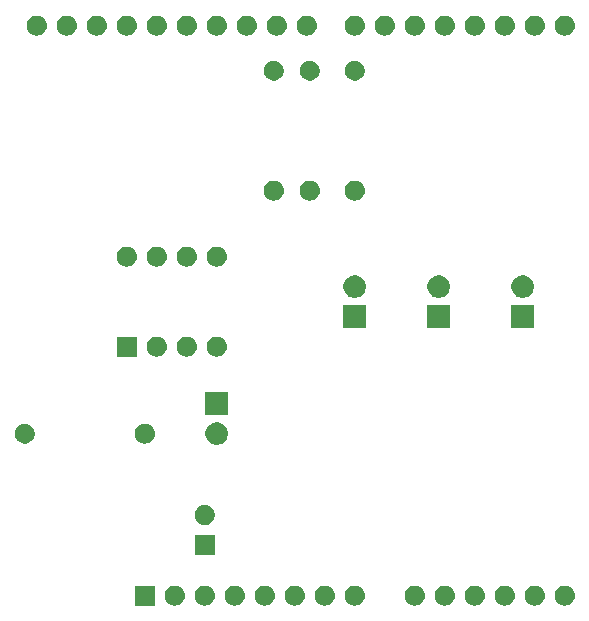
<source format=gbr>
G04 #@! TF.GenerationSoftware,KiCad,Pcbnew,5.1.4+dfsg1-1~bpo10+1*
G04 #@! TF.CreationDate,2021-01-22T14:12:43-08:00*
G04 #@! TF.ProjectId,ATtiny85UnoShield,41547469-6e79-4383-9555-6e6f53686965,rev?*
G04 #@! TF.SameCoordinates,Original*
G04 #@! TF.FileFunction,Soldermask,Top*
G04 #@! TF.FilePolarity,Negative*
%FSLAX46Y46*%
G04 Gerber Fmt 4.6, Leading zero omitted, Abs format (unit mm)*
G04 Created by KiCad (PCBNEW 5.1.4+dfsg1-1~bpo10+1) date 2021-01-22 14:12:43*
%MOMM*%
%LPD*%
G04 APERTURE LIST*
%ADD10C,0.100000*%
G04 APERTURE END LIST*
D10*
G36*
X164504823Y-99999313D02*
G01*
X164665242Y-100047976D01*
X164797906Y-100118886D01*
X164813078Y-100126996D01*
X164942659Y-100233341D01*
X165049004Y-100362922D01*
X165049005Y-100362924D01*
X165128024Y-100510758D01*
X165176687Y-100671177D01*
X165193117Y-100838000D01*
X165176687Y-101004823D01*
X165128024Y-101165242D01*
X165057114Y-101297906D01*
X165049004Y-101313078D01*
X164942659Y-101442659D01*
X164813078Y-101549004D01*
X164813076Y-101549005D01*
X164665242Y-101628024D01*
X164504823Y-101676687D01*
X164379804Y-101689000D01*
X164296196Y-101689000D01*
X164171177Y-101676687D01*
X164010758Y-101628024D01*
X163862924Y-101549005D01*
X163862922Y-101549004D01*
X163733341Y-101442659D01*
X163626996Y-101313078D01*
X163618886Y-101297906D01*
X163547976Y-101165242D01*
X163499313Y-101004823D01*
X163482883Y-100838000D01*
X163499313Y-100671177D01*
X163547976Y-100510758D01*
X163626995Y-100362924D01*
X163626996Y-100362922D01*
X163733341Y-100233341D01*
X163862922Y-100126996D01*
X163878094Y-100118886D01*
X164010758Y-100047976D01*
X164171177Y-99999313D01*
X164296196Y-99987000D01*
X164379804Y-99987000D01*
X164504823Y-99999313D01*
X164504823Y-99999313D01*
G37*
G36*
X161964823Y-99999313D02*
G01*
X162125242Y-100047976D01*
X162257906Y-100118886D01*
X162273078Y-100126996D01*
X162402659Y-100233341D01*
X162509004Y-100362922D01*
X162509005Y-100362924D01*
X162588024Y-100510758D01*
X162636687Y-100671177D01*
X162653117Y-100838000D01*
X162636687Y-101004823D01*
X162588024Y-101165242D01*
X162517114Y-101297906D01*
X162509004Y-101313078D01*
X162402659Y-101442659D01*
X162273078Y-101549004D01*
X162273076Y-101549005D01*
X162125242Y-101628024D01*
X161964823Y-101676687D01*
X161839804Y-101689000D01*
X161756196Y-101689000D01*
X161631177Y-101676687D01*
X161470758Y-101628024D01*
X161322924Y-101549005D01*
X161322922Y-101549004D01*
X161193341Y-101442659D01*
X161086996Y-101313078D01*
X161078886Y-101297906D01*
X161007976Y-101165242D01*
X160959313Y-101004823D01*
X160942883Y-100838000D01*
X160959313Y-100671177D01*
X161007976Y-100510758D01*
X161086995Y-100362924D01*
X161086996Y-100362922D01*
X161193341Y-100233341D01*
X161322922Y-100126996D01*
X161338094Y-100118886D01*
X161470758Y-100047976D01*
X161631177Y-99999313D01*
X161756196Y-99987000D01*
X161839804Y-99987000D01*
X161964823Y-99999313D01*
X161964823Y-99999313D01*
G37*
G36*
X129629000Y-101689000D02*
G01*
X127927000Y-101689000D01*
X127927000Y-99987000D01*
X129629000Y-99987000D01*
X129629000Y-101689000D01*
X129629000Y-101689000D01*
G37*
G36*
X131484823Y-99999313D02*
G01*
X131645242Y-100047976D01*
X131777906Y-100118886D01*
X131793078Y-100126996D01*
X131922659Y-100233341D01*
X132029004Y-100362922D01*
X132029005Y-100362924D01*
X132108024Y-100510758D01*
X132156687Y-100671177D01*
X132173117Y-100838000D01*
X132156687Y-101004823D01*
X132108024Y-101165242D01*
X132037114Y-101297906D01*
X132029004Y-101313078D01*
X131922659Y-101442659D01*
X131793078Y-101549004D01*
X131793076Y-101549005D01*
X131645242Y-101628024D01*
X131484823Y-101676687D01*
X131359804Y-101689000D01*
X131276196Y-101689000D01*
X131151177Y-101676687D01*
X130990758Y-101628024D01*
X130842924Y-101549005D01*
X130842922Y-101549004D01*
X130713341Y-101442659D01*
X130606996Y-101313078D01*
X130598886Y-101297906D01*
X130527976Y-101165242D01*
X130479313Y-101004823D01*
X130462883Y-100838000D01*
X130479313Y-100671177D01*
X130527976Y-100510758D01*
X130606995Y-100362924D01*
X130606996Y-100362922D01*
X130713341Y-100233341D01*
X130842922Y-100126996D01*
X130858094Y-100118886D01*
X130990758Y-100047976D01*
X131151177Y-99999313D01*
X131276196Y-99987000D01*
X131359804Y-99987000D01*
X131484823Y-99999313D01*
X131484823Y-99999313D01*
G37*
G36*
X134024823Y-99999313D02*
G01*
X134185242Y-100047976D01*
X134317906Y-100118886D01*
X134333078Y-100126996D01*
X134462659Y-100233341D01*
X134569004Y-100362922D01*
X134569005Y-100362924D01*
X134648024Y-100510758D01*
X134696687Y-100671177D01*
X134713117Y-100838000D01*
X134696687Y-101004823D01*
X134648024Y-101165242D01*
X134577114Y-101297906D01*
X134569004Y-101313078D01*
X134462659Y-101442659D01*
X134333078Y-101549004D01*
X134333076Y-101549005D01*
X134185242Y-101628024D01*
X134024823Y-101676687D01*
X133899804Y-101689000D01*
X133816196Y-101689000D01*
X133691177Y-101676687D01*
X133530758Y-101628024D01*
X133382924Y-101549005D01*
X133382922Y-101549004D01*
X133253341Y-101442659D01*
X133146996Y-101313078D01*
X133138886Y-101297906D01*
X133067976Y-101165242D01*
X133019313Y-101004823D01*
X133002883Y-100838000D01*
X133019313Y-100671177D01*
X133067976Y-100510758D01*
X133146995Y-100362924D01*
X133146996Y-100362922D01*
X133253341Y-100233341D01*
X133382922Y-100126996D01*
X133398094Y-100118886D01*
X133530758Y-100047976D01*
X133691177Y-99999313D01*
X133816196Y-99987000D01*
X133899804Y-99987000D01*
X134024823Y-99999313D01*
X134024823Y-99999313D01*
G37*
G36*
X136564823Y-99999313D02*
G01*
X136725242Y-100047976D01*
X136857906Y-100118886D01*
X136873078Y-100126996D01*
X137002659Y-100233341D01*
X137109004Y-100362922D01*
X137109005Y-100362924D01*
X137188024Y-100510758D01*
X137236687Y-100671177D01*
X137253117Y-100838000D01*
X137236687Y-101004823D01*
X137188024Y-101165242D01*
X137117114Y-101297906D01*
X137109004Y-101313078D01*
X137002659Y-101442659D01*
X136873078Y-101549004D01*
X136873076Y-101549005D01*
X136725242Y-101628024D01*
X136564823Y-101676687D01*
X136439804Y-101689000D01*
X136356196Y-101689000D01*
X136231177Y-101676687D01*
X136070758Y-101628024D01*
X135922924Y-101549005D01*
X135922922Y-101549004D01*
X135793341Y-101442659D01*
X135686996Y-101313078D01*
X135678886Y-101297906D01*
X135607976Y-101165242D01*
X135559313Y-101004823D01*
X135542883Y-100838000D01*
X135559313Y-100671177D01*
X135607976Y-100510758D01*
X135686995Y-100362924D01*
X135686996Y-100362922D01*
X135793341Y-100233341D01*
X135922922Y-100126996D01*
X135938094Y-100118886D01*
X136070758Y-100047976D01*
X136231177Y-99999313D01*
X136356196Y-99987000D01*
X136439804Y-99987000D01*
X136564823Y-99999313D01*
X136564823Y-99999313D01*
G37*
G36*
X139104823Y-99999313D02*
G01*
X139265242Y-100047976D01*
X139397906Y-100118886D01*
X139413078Y-100126996D01*
X139542659Y-100233341D01*
X139649004Y-100362922D01*
X139649005Y-100362924D01*
X139728024Y-100510758D01*
X139776687Y-100671177D01*
X139793117Y-100838000D01*
X139776687Y-101004823D01*
X139728024Y-101165242D01*
X139657114Y-101297906D01*
X139649004Y-101313078D01*
X139542659Y-101442659D01*
X139413078Y-101549004D01*
X139413076Y-101549005D01*
X139265242Y-101628024D01*
X139104823Y-101676687D01*
X138979804Y-101689000D01*
X138896196Y-101689000D01*
X138771177Y-101676687D01*
X138610758Y-101628024D01*
X138462924Y-101549005D01*
X138462922Y-101549004D01*
X138333341Y-101442659D01*
X138226996Y-101313078D01*
X138218886Y-101297906D01*
X138147976Y-101165242D01*
X138099313Y-101004823D01*
X138082883Y-100838000D01*
X138099313Y-100671177D01*
X138147976Y-100510758D01*
X138226995Y-100362924D01*
X138226996Y-100362922D01*
X138333341Y-100233341D01*
X138462922Y-100126996D01*
X138478094Y-100118886D01*
X138610758Y-100047976D01*
X138771177Y-99999313D01*
X138896196Y-99987000D01*
X138979804Y-99987000D01*
X139104823Y-99999313D01*
X139104823Y-99999313D01*
G37*
G36*
X141644823Y-99999313D02*
G01*
X141805242Y-100047976D01*
X141937906Y-100118886D01*
X141953078Y-100126996D01*
X142082659Y-100233341D01*
X142189004Y-100362922D01*
X142189005Y-100362924D01*
X142268024Y-100510758D01*
X142316687Y-100671177D01*
X142333117Y-100838000D01*
X142316687Y-101004823D01*
X142268024Y-101165242D01*
X142197114Y-101297906D01*
X142189004Y-101313078D01*
X142082659Y-101442659D01*
X141953078Y-101549004D01*
X141953076Y-101549005D01*
X141805242Y-101628024D01*
X141644823Y-101676687D01*
X141519804Y-101689000D01*
X141436196Y-101689000D01*
X141311177Y-101676687D01*
X141150758Y-101628024D01*
X141002924Y-101549005D01*
X141002922Y-101549004D01*
X140873341Y-101442659D01*
X140766996Y-101313078D01*
X140758886Y-101297906D01*
X140687976Y-101165242D01*
X140639313Y-101004823D01*
X140622883Y-100838000D01*
X140639313Y-100671177D01*
X140687976Y-100510758D01*
X140766995Y-100362924D01*
X140766996Y-100362922D01*
X140873341Y-100233341D01*
X141002922Y-100126996D01*
X141018094Y-100118886D01*
X141150758Y-100047976D01*
X141311177Y-99999313D01*
X141436196Y-99987000D01*
X141519804Y-99987000D01*
X141644823Y-99999313D01*
X141644823Y-99999313D01*
G37*
G36*
X146724823Y-99999313D02*
G01*
X146885242Y-100047976D01*
X147017906Y-100118886D01*
X147033078Y-100126996D01*
X147162659Y-100233341D01*
X147269004Y-100362922D01*
X147269005Y-100362924D01*
X147348024Y-100510758D01*
X147396687Y-100671177D01*
X147413117Y-100838000D01*
X147396687Y-101004823D01*
X147348024Y-101165242D01*
X147277114Y-101297906D01*
X147269004Y-101313078D01*
X147162659Y-101442659D01*
X147033078Y-101549004D01*
X147033076Y-101549005D01*
X146885242Y-101628024D01*
X146724823Y-101676687D01*
X146599804Y-101689000D01*
X146516196Y-101689000D01*
X146391177Y-101676687D01*
X146230758Y-101628024D01*
X146082924Y-101549005D01*
X146082922Y-101549004D01*
X145953341Y-101442659D01*
X145846996Y-101313078D01*
X145838886Y-101297906D01*
X145767976Y-101165242D01*
X145719313Y-101004823D01*
X145702883Y-100838000D01*
X145719313Y-100671177D01*
X145767976Y-100510758D01*
X145846995Y-100362924D01*
X145846996Y-100362922D01*
X145953341Y-100233341D01*
X146082922Y-100126996D01*
X146098094Y-100118886D01*
X146230758Y-100047976D01*
X146391177Y-99999313D01*
X146516196Y-99987000D01*
X146599804Y-99987000D01*
X146724823Y-99999313D01*
X146724823Y-99999313D01*
G37*
G36*
X151804823Y-99999313D02*
G01*
X151965242Y-100047976D01*
X152097906Y-100118886D01*
X152113078Y-100126996D01*
X152242659Y-100233341D01*
X152349004Y-100362922D01*
X152349005Y-100362924D01*
X152428024Y-100510758D01*
X152476687Y-100671177D01*
X152493117Y-100838000D01*
X152476687Y-101004823D01*
X152428024Y-101165242D01*
X152357114Y-101297906D01*
X152349004Y-101313078D01*
X152242659Y-101442659D01*
X152113078Y-101549004D01*
X152113076Y-101549005D01*
X151965242Y-101628024D01*
X151804823Y-101676687D01*
X151679804Y-101689000D01*
X151596196Y-101689000D01*
X151471177Y-101676687D01*
X151310758Y-101628024D01*
X151162924Y-101549005D01*
X151162922Y-101549004D01*
X151033341Y-101442659D01*
X150926996Y-101313078D01*
X150918886Y-101297906D01*
X150847976Y-101165242D01*
X150799313Y-101004823D01*
X150782883Y-100838000D01*
X150799313Y-100671177D01*
X150847976Y-100510758D01*
X150926995Y-100362924D01*
X150926996Y-100362922D01*
X151033341Y-100233341D01*
X151162922Y-100126996D01*
X151178094Y-100118886D01*
X151310758Y-100047976D01*
X151471177Y-99999313D01*
X151596196Y-99987000D01*
X151679804Y-99987000D01*
X151804823Y-99999313D01*
X151804823Y-99999313D01*
G37*
G36*
X154344823Y-99999313D02*
G01*
X154505242Y-100047976D01*
X154637906Y-100118886D01*
X154653078Y-100126996D01*
X154782659Y-100233341D01*
X154889004Y-100362922D01*
X154889005Y-100362924D01*
X154968024Y-100510758D01*
X155016687Y-100671177D01*
X155033117Y-100838000D01*
X155016687Y-101004823D01*
X154968024Y-101165242D01*
X154897114Y-101297906D01*
X154889004Y-101313078D01*
X154782659Y-101442659D01*
X154653078Y-101549004D01*
X154653076Y-101549005D01*
X154505242Y-101628024D01*
X154344823Y-101676687D01*
X154219804Y-101689000D01*
X154136196Y-101689000D01*
X154011177Y-101676687D01*
X153850758Y-101628024D01*
X153702924Y-101549005D01*
X153702922Y-101549004D01*
X153573341Y-101442659D01*
X153466996Y-101313078D01*
X153458886Y-101297906D01*
X153387976Y-101165242D01*
X153339313Y-101004823D01*
X153322883Y-100838000D01*
X153339313Y-100671177D01*
X153387976Y-100510758D01*
X153466995Y-100362924D01*
X153466996Y-100362922D01*
X153573341Y-100233341D01*
X153702922Y-100126996D01*
X153718094Y-100118886D01*
X153850758Y-100047976D01*
X154011177Y-99999313D01*
X154136196Y-99987000D01*
X154219804Y-99987000D01*
X154344823Y-99999313D01*
X154344823Y-99999313D01*
G37*
G36*
X156884823Y-99999313D02*
G01*
X157045242Y-100047976D01*
X157177906Y-100118886D01*
X157193078Y-100126996D01*
X157322659Y-100233341D01*
X157429004Y-100362922D01*
X157429005Y-100362924D01*
X157508024Y-100510758D01*
X157556687Y-100671177D01*
X157573117Y-100838000D01*
X157556687Y-101004823D01*
X157508024Y-101165242D01*
X157437114Y-101297906D01*
X157429004Y-101313078D01*
X157322659Y-101442659D01*
X157193078Y-101549004D01*
X157193076Y-101549005D01*
X157045242Y-101628024D01*
X156884823Y-101676687D01*
X156759804Y-101689000D01*
X156676196Y-101689000D01*
X156551177Y-101676687D01*
X156390758Y-101628024D01*
X156242924Y-101549005D01*
X156242922Y-101549004D01*
X156113341Y-101442659D01*
X156006996Y-101313078D01*
X155998886Y-101297906D01*
X155927976Y-101165242D01*
X155879313Y-101004823D01*
X155862883Y-100838000D01*
X155879313Y-100671177D01*
X155927976Y-100510758D01*
X156006995Y-100362924D01*
X156006996Y-100362922D01*
X156113341Y-100233341D01*
X156242922Y-100126996D01*
X156258094Y-100118886D01*
X156390758Y-100047976D01*
X156551177Y-99999313D01*
X156676196Y-99987000D01*
X156759804Y-99987000D01*
X156884823Y-99999313D01*
X156884823Y-99999313D01*
G37*
G36*
X159424823Y-99999313D02*
G01*
X159585242Y-100047976D01*
X159717906Y-100118886D01*
X159733078Y-100126996D01*
X159862659Y-100233341D01*
X159969004Y-100362922D01*
X159969005Y-100362924D01*
X160048024Y-100510758D01*
X160096687Y-100671177D01*
X160113117Y-100838000D01*
X160096687Y-101004823D01*
X160048024Y-101165242D01*
X159977114Y-101297906D01*
X159969004Y-101313078D01*
X159862659Y-101442659D01*
X159733078Y-101549004D01*
X159733076Y-101549005D01*
X159585242Y-101628024D01*
X159424823Y-101676687D01*
X159299804Y-101689000D01*
X159216196Y-101689000D01*
X159091177Y-101676687D01*
X158930758Y-101628024D01*
X158782924Y-101549005D01*
X158782922Y-101549004D01*
X158653341Y-101442659D01*
X158546996Y-101313078D01*
X158538886Y-101297906D01*
X158467976Y-101165242D01*
X158419313Y-101004823D01*
X158402883Y-100838000D01*
X158419313Y-100671177D01*
X158467976Y-100510758D01*
X158546995Y-100362924D01*
X158546996Y-100362922D01*
X158653341Y-100233341D01*
X158782922Y-100126996D01*
X158798094Y-100118886D01*
X158930758Y-100047976D01*
X159091177Y-99999313D01*
X159216196Y-99987000D01*
X159299804Y-99987000D01*
X159424823Y-99999313D01*
X159424823Y-99999313D01*
G37*
G36*
X144184823Y-99999313D02*
G01*
X144345242Y-100047976D01*
X144477906Y-100118886D01*
X144493078Y-100126996D01*
X144622659Y-100233341D01*
X144729004Y-100362922D01*
X144729005Y-100362924D01*
X144808024Y-100510758D01*
X144856687Y-100671177D01*
X144873117Y-100838000D01*
X144856687Y-101004823D01*
X144808024Y-101165242D01*
X144737114Y-101297906D01*
X144729004Y-101313078D01*
X144622659Y-101442659D01*
X144493078Y-101549004D01*
X144493076Y-101549005D01*
X144345242Y-101628024D01*
X144184823Y-101676687D01*
X144059804Y-101689000D01*
X143976196Y-101689000D01*
X143851177Y-101676687D01*
X143690758Y-101628024D01*
X143542924Y-101549005D01*
X143542922Y-101549004D01*
X143413341Y-101442659D01*
X143306996Y-101313078D01*
X143298886Y-101297906D01*
X143227976Y-101165242D01*
X143179313Y-101004823D01*
X143162883Y-100838000D01*
X143179313Y-100671177D01*
X143227976Y-100510758D01*
X143306995Y-100362924D01*
X143306996Y-100362922D01*
X143413341Y-100233341D01*
X143542922Y-100126996D01*
X143558094Y-100118886D01*
X143690758Y-100047976D01*
X143851177Y-99999313D01*
X143976196Y-99987000D01*
X144059804Y-99987000D01*
X144184823Y-99999313D01*
X144184823Y-99999313D01*
G37*
G36*
X134709000Y-97371000D02*
G01*
X133007000Y-97371000D01*
X133007000Y-95669000D01*
X134709000Y-95669000D01*
X134709000Y-97371000D01*
X134709000Y-97371000D01*
G37*
G36*
X134106228Y-93201703D02*
G01*
X134261100Y-93265853D01*
X134400481Y-93358985D01*
X134519015Y-93477519D01*
X134612147Y-93616900D01*
X134676297Y-93771772D01*
X134709000Y-93936184D01*
X134709000Y-94103816D01*
X134676297Y-94268228D01*
X134612147Y-94423100D01*
X134519015Y-94562481D01*
X134400481Y-94681015D01*
X134261100Y-94774147D01*
X134106228Y-94838297D01*
X133941816Y-94871000D01*
X133774184Y-94871000D01*
X133609772Y-94838297D01*
X133454900Y-94774147D01*
X133315519Y-94681015D01*
X133196985Y-94562481D01*
X133103853Y-94423100D01*
X133039703Y-94268228D01*
X133007000Y-94103816D01*
X133007000Y-93936184D01*
X133039703Y-93771772D01*
X133103853Y-93616900D01*
X133196985Y-93477519D01*
X133315519Y-93358985D01*
X133454900Y-93265853D01*
X133609772Y-93201703D01*
X133774184Y-93169000D01*
X133941816Y-93169000D01*
X134106228Y-93201703D01*
X134106228Y-93201703D01*
G37*
G36*
X135151395Y-86207546D02*
G01*
X135324466Y-86279234D01*
X135330572Y-86283314D01*
X135480227Y-86383310D01*
X135612690Y-86515773D01*
X135655284Y-86579520D01*
X135716766Y-86671534D01*
X135788454Y-86844605D01*
X135825000Y-87028333D01*
X135825000Y-87215667D01*
X135788454Y-87399395D01*
X135716766Y-87572466D01*
X135716765Y-87572467D01*
X135612690Y-87728227D01*
X135480227Y-87860690D01*
X135457092Y-87876148D01*
X135324466Y-87964766D01*
X135151395Y-88036454D01*
X134967667Y-88073000D01*
X134780333Y-88073000D01*
X134596605Y-88036454D01*
X134423534Y-87964766D01*
X134290908Y-87876148D01*
X134267773Y-87860690D01*
X134135310Y-87728227D01*
X134031235Y-87572467D01*
X134031234Y-87572466D01*
X133959546Y-87399395D01*
X133923000Y-87215667D01*
X133923000Y-87028333D01*
X133959546Y-86844605D01*
X134031234Y-86671534D01*
X134092716Y-86579520D01*
X134135310Y-86515773D01*
X134267773Y-86383310D01*
X134417428Y-86283314D01*
X134423534Y-86279234D01*
X134596605Y-86207546D01*
X134780333Y-86171000D01*
X134967667Y-86171000D01*
X135151395Y-86207546D01*
X135151395Y-86207546D01*
G37*
G36*
X118866228Y-86303703D02*
G01*
X119021100Y-86367853D01*
X119160481Y-86460985D01*
X119279015Y-86579519D01*
X119372147Y-86718900D01*
X119436297Y-86873772D01*
X119469000Y-87038184D01*
X119469000Y-87205816D01*
X119436297Y-87370228D01*
X119372147Y-87525100D01*
X119279015Y-87664481D01*
X119160481Y-87783015D01*
X119021100Y-87876147D01*
X118866228Y-87940297D01*
X118701816Y-87973000D01*
X118534184Y-87973000D01*
X118369772Y-87940297D01*
X118214900Y-87876147D01*
X118075519Y-87783015D01*
X117956985Y-87664481D01*
X117863853Y-87525100D01*
X117799703Y-87370228D01*
X117767000Y-87205816D01*
X117767000Y-87038184D01*
X117799703Y-86873772D01*
X117863853Y-86718900D01*
X117956985Y-86579519D01*
X118075519Y-86460985D01*
X118214900Y-86367853D01*
X118369772Y-86303703D01*
X118534184Y-86271000D01*
X118701816Y-86271000D01*
X118866228Y-86303703D01*
X118866228Y-86303703D01*
G37*
G36*
X128944823Y-86283313D02*
G01*
X129105242Y-86331976D01*
X129172361Y-86367852D01*
X129253078Y-86410996D01*
X129382659Y-86517341D01*
X129489004Y-86646922D01*
X129489005Y-86646924D01*
X129568024Y-86794758D01*
X129616687Y-86955177D01*
X129633117Y-87122000D01*
X129616687Y-87288823D01*
X129568024Y-87449242D01*
X129527477Y-87525100D01*
X129489004Y-87597078D01*
X129382659Y-87726659D01*
X129253078Y-87833004D01*
X129253076Y-87833005D01*
X129105242Y-87912024D01*
X128944823Y-87960687D01*
X128819804Y-87973000D01*
X128736196Y-87973000D01*
X128611177Y-87960687D01*
X128450758Y-87912024D01*
X128302924Y-87833005D01*
X128302922Y-87833004D01*
X128173341Y-87726659D01*
X128066996Y-87597078D01*
X128028523Y-87525100D01*
X127987976Y-87449242D01*
X127939313Y-87288823D01*
X127922883Y-87122000D01*
X127939313Y-86955177D01*
X127987976Y-86794758D01*
X128066995Y-86646924D01*
X128066996Y-86646922D01*
X128173341Y-86517341D01*
X128302922Y-86410996D01*
X128383639Y-86367852D01*
X128450758Y-86331976D01*
X128611177Y-86283313D01*
X128736196Y-86271000D01*
X128819804Y-86271000D01*
X128944823Y-86283313D01*
X128944823Y-86283313D01*
G37*
G36*
X135825000Y-85533000D02*
G01*
X133923000Y-85533000D01*
X133923000Y-83631000D01*
X135825000Y-83631000D01*
X135825000Y-85533000D01*
X135825000Y-85533000D01*
G37*
G36*
X132500823Y-78917313D02*
G01*
X132661242Y-78965976D01*
X132793906Y-79036886D01*
X132809078Y-79044996D01*
X132938659Y-79151341D01*
X133045004Y-79280922D01*
X133045005Y-79280924D01*
X133124024Y-79428758D01*
X133172687Y-79589177D01*
X133189117Y-79756000D01*
X133172687Y-79922823D01*
X133124024Y-80083242D01*
X133053114Y-80215906D01*
X133045004Y-80231078D01*
X132938659Y-80360659D01*
X132809078Y-80467004D01*
X132809076Y-80467005D01*
X132661242Y-80546024D01*
X132500823Y-80594687D01*
X132375804Y-80607000D01*
X132292196Y-80607000D01*
X132167177Y-80594687D01*
X132006758Y-80546024D01*
X131858924Y-80467005D01*
X131858922Y-80467004D01*
X131729341Y-80360659D01*
X131622996Y-80231078D01*
X131614886Y-80215906D01*
X131543976Y-80083242D01*
X131495313Y-79922823D01*
X131478883Y-79756000D01*
X131495313Y-79589177D01*
X131543976Y-79428758D01*
X131622995Y-79280924D01*
X131622996Y-79280922D01*
X131729341Y-79151341D01*
X131858922Y-79044996D01*
X131874094Y-79036886D01*
X132006758Y-78965976D01*
X132167177Y-78917313D01*
X132292196Y-78905000D01*
X132375804Y-78905000D01*
X132500823Y-78917313D01*
X132500823Y-78917313D01*
G37*
G36*
X135040823Y-78917313D02*
G01*
X135201242Y-78965976D01*
X135333906Y-79036886D01*
X135349078Y-79044996D01*
X135478659Y-79151341D01*
X135585004Y-79280922D01*
X135585005Y-79280924D01*
X135664024Y-79428758D01*
X135712687Y-79589177D01*
X135729117Y-79756000D01*
X135712687Y-79922823D01*
X135664024Y-80083242D01*
X135593114Y-80215906D01*
X135585004Y-80231078D01*
X135478659Y-80360659D01*
X135349078Y-80467004D01*
X135349076Y-80467005D01*
X135201242Y-80546024D01*
X135040823Y-80594687D01*
X134915804Y-80607000D01*
X134832196Y-80607000D01*
X134707177Y-80594687D01*
X134546758Y-80546024D01*
X134398924Y-80467005D01*
X134398922Y-80467004D01*
X134269341Y-80360659D01*
X134162996Y-80231078D01*
X134154886Y-80215906D01*
X134083976Y-80083242D01*
X134035313Y-79922823D01*
X134018883Y-79756000D01*
X134035313Y-79589177D01*
X134083976Y-79428758D01*
X134162995Y-79280924D01*
X134162996Y-79280922D01*
X134269341Y-79151341D01*
X134398922Y-79044996D01*
X134414094Y-79036886D01*
X134546758Y-78965976D01*
X134707177Y-78917313D01*
X134832196Y-78905000D01*
X134915804Y-78905000D01*
X135040823Y-78917313D01*
X135040823Y-78917313D01*
G37*
G36*
X129960823Y-78917313D02*
G01*
X130121242Y-78965976D01*
X130253906Y-79036886D01*
X130269078Y-79044996D01*
X130398659Y-79151341D01*
X130505004Y-79280922D01*
X130505005Y-79280924D01*
X130584024Y-79428758D01*
X130632687Y-79589177D01*
X130649117Y-79756000D01*
X130632687Y-79922823D01*
X130584024Y-80083242D01*
X130513114Y-80215906D01*
X130505004Y-80231078D01*
X130398659Y-80360659D01*
X130269078Y-80467004D01*
X130269076Y-80467005D01*
X130121242Y-80546024D01*
X129960823Y-80594687D01*
X129835804Y-80607000D01*
X129752196Y-80607000D01*
X129627177Y-80594687D01*
X129466758Y-80546024D01*
X129318924Y-80467005D01*
X129318922Y-80467004D01*
X129189341Y-80360659D01*
X129082996Y-80231078D01*
X129074886Y-80215906D01*
X129003976Y-80083242D01*
X128955313Y-79922823D01*
X128938883Y-79756000D01*
X128955313Y-79589177D01*
X129003976Y-79428758D01*
X129082995Y-79280924D01*
X129082996Y-79280922D01*
X129189341Y-79151341D01*
X129318922Y-79044996D01*
X129334094Y-79036886D01*
X129466758Y-78965976D01*
X129627177Y-78917313D01*
X129752196Y-78905000D01*
X129835804Y-78905000D01*
X129960823Y-78917313D01*
X129960823Y-78917313D01*
G37*
G36*
X128105000Y-80607000D02*
G01*
X126403000Y-80607000D01*
X126403000Y-78905000D01*
X128105000Y-78905000D01*
X128105000Y-80607000D01*
X128105000Y-80607000D01*
G37*
G36*
X147509000Y-78167000D02*
G01*
X145607000Y-78167000D01*
X145607000Y-76265000D01*
X147509000Y-76265000D01*
X147509000Y-78167000D01*
X147509000Y-78167000D01*
G37*
G36*
X154621000Y-78167000D02*
G01*
X152719000Y-78167000D01*
X152719000Y-76265000D01*
X154621000Y-76265000D01*
X154621000Y-78167000D01*
X154621000Y-78167000D01*
G37*
G36*
X161733000Y-78167000D02*
G01*
X159831000Y-78167000D01*
X159831000Y-76265000D01*
X161733000Y-76265000D01*
X161733000Y-78167000D01*
X161733000Y-78167000D01*
G37*
G36*
X146835395Y-73761546D02*
G01*
X147008466Y-73833234D01*
X147008467Y-73833235D01*
X147164227Y-73937310D01*
X147296690Y-74069773D01*
X147296691Y-74069775D01*
X147400766Y-74225534D01*
X147472454Y-74398605D01*
X147509000Y-74582333D01*
X147509000Y-74769667D01*
X147472454Y-74953395D01*
X147400766Y-75126466D01*
X147400765Y-75126467D01*
X147296690Y-75282227D01*
X147164227Y-75414690D01*
X147085818Y-75467081D01*
X147008466Y-75518766D01*
X146835395Y-75590454D01*
X146651667Y-75627000D01*
X146464333Y-75627000D01*
X146280605Y-75590454D01*
X146107534Y-75518766D01*
X146030182Y-75467081D01*
X145951773Y-75414690D01*
X145819310Y-75282227D01*
X145715235Y-75126467D01*
X145715234Y-75126466D01*
X145643546Y-74953395D01*
X145607000Y-74769667D01*
X145607000Y-74582333D01*
X145643546Y-74398605D01*
X145715234Y-74225534D01*
X145819309Y-74069775D01*
X145819310Y-74069773D01*
X145951773Y-73937310D01*
X146107533Y-73833235D01*
X146107534Y-73833234D01*
X146280605Y-73761546D01*
X146464333Y-73725000D01*
X146651667Y-73725000D01*
X146835395Y-73761546D01*
X146835395Y-73761546D01*
G37*
G36*
X161059395Y-73761546D02*
G01*
X161232466Y-73833234D01*
X161232467Y-73833235D01*
X161388227Y-73937310D01*
X161520690Y-74069773D01*
X161520691Y-74069775D01*
X161624766Y-74225534D01*
X161696454Y-74398605D01*
X161733000Y-74582333D01*
X161733000Y-74769667D01*
X161696454Y-74953395D01*
X161624766Y-75126466D01*
X161624765Y-75126467D01*
X161520690Y-75282227D01*
X161388227Y-75414690D01*
X161309818Y-75467081D01*
X161232466Y-75518766D01*
X161059395Y-75590454D01*
X160875667Y-75627000D01*
X160688333Y-75627000D01*
X160504605Y-75590454D01*
X160331534Y-75518766D01*
X160254182Y-75467081D01*
X160175773Y-75414690D01*
X160043310Y-75282227D01*
X159939235Y-75126467D01*
X159939234Y-75126466D01*
X159867546Y-74953395D01*
X159831000Y-74769667D01*
X159831000Y-74582333D01*
X159867546Y-74398605D01*
X159939234Y-74225534D01*
X160043309Y-74069775D01*
X160043310Y-74069773D01*
X160175773Y-73937310D01*
X160331533Y-73833235D01*
X160331534Y-73833234D01*
X160504605Y-73761546D01*
X160688333Y-73725000D01*
X160875667Y-73725000D01*
X161059395Y-73761546D01*
X161059395Y-73761546D01*
G37*
G36*
X153947395Y-73761546D02*
G01*
X154120466Y-73833234D01*
X154120467Y-73833235D01*
X154276227Y-73937310D01*
X154408690Y-74069773D01*
X154408691Y-74069775D01*
X154512766Y-74225534D01*
X154584454Y-74398605D01*
X154621000Y-74582333D01*
X154621000Y-74769667D01*
X154584454Y-74953395D01*
X154512766Y-75126466D01*
X154512765Y-75126467D01*
X154408690Y-75282227D01*
X154276227Y-75414690D01*
X154197818Y-75467081D01*
X154120466Y-75518766D01*
X153947395Y-75590454D01*
X153763667Y-75627000D01*
X153576333Y-75627000D01*
X153392605Y-75590454D01*
X153219534Y-75518766D01*
X153142182Y-75467081D01*
X153063773Y-75414690D01*
X152931310Y-75282227D01*
X152827235Y-75126467D01*
X152827234Y-75126466D01*
X152755546Y-74953395D01*
X152719000Y-74769667D01*
X152719000Y-74582333D01*
X152755546Y-74398605D01*
X152827234Y-74225534D01*
X152931309Y-74069775D01*
X152931310Y-74069773D01*
X153063773Y-73937310D01*
X153219533Y-73833235D01*
X153219534Y-73833234D01*
X153392605Y-73761546D01*
X153576333Y-73725000D01*
X153763667Y-73725000D01*
X153947395Y-73761546D01*
X153947395Y-73761546D01*
G37*
G36*
X132500823Y-71297313D02*
G01*
X132661242Y-71345976D01*
X132793906Y-71416886D01*
X132809078Y-71424996D01*
X132938659Y-71531341D01*
X133045004Y-71660922D01*
X133045005Y-71660924D01*
X133124024Y-71808758D01*
X133172687Y-71969177D01*
X133189117Y-72136000D01*
X133172687Y-72302823D01*
X133124024Y-72463242D01*
X133053114Y-72595906D01*
X133045004Y-72611078D01*
X132938659Y-72740659D01*
X132809078Y-72847004D01*
X132809076Y-72847005D01*
X132661242Y-72926024D01*
X132500823Y-72974687D01*
X132375804Y-72987000D01*
X132292196Y-72987000D01*
X132167177Y-72974687D01*
X132006758Y-72926024D01*
X131858924Y-72847005D01*
X131858922Y-72847004D01*
X131729341Y-72740659D01*
X131622996Y-72611078D01*
X131614886Y-72595906D01*
X131543976Y-72463242D01*
X131495313Y-72302823D01*
X131478883Y-72136000D01*
X131495313Y-71969177D01*
X131543976Y-71808758D01*
X131622995Y-71660924D01*
X131622996Y-71660922D01*
X131729341Y-71531341D01*
X131858922Y-71424996D01*
X131874094Y-71416886D01*
X132006758Y-71345976D01*
X132167177Y-71297313D01*
X132292196Y-71285000D01*
X132375804Y-71285000D01*
X132500823Y-71297313D01*
X132500823Y-71297313D01*
G37*
G36*
X129960823Y-71297313D02*
G01*
X130121242Y-71345976D01*
X130253906Y-71416886D01*
X130269078Y-71424996D01*
X130398659Y-71531341D01*
X130505004Y-71660922D01*
X130505005Y-71660924D01*
X130584024Y-71808758D01*
X130632687Y-71969177D01*
X130649117Y-72136000D01*
X130632687Y-72302823D01*
X130584024Y-72463242D01*
X130513114Y-72595906D01*
X130505004Y-72611078D01*
X130398659Y-72740659D01*
X130269078Y-72847004D01*
X130269076Y-72847005D01*
X130121242Y-72926024D01*
X129960823Y-72974687D01*
X129835804Y-72987000D01*
X129752196Y-72987000D01*
X129627177Y-72974687D01*
X129466758Y-72926024D01*
X129318924Y-72847005D01*
X129318922Y-72847004D01*
X129189341Y-72740659D01*
X129082996Y-72611078D01*
X129074886Y-72595906D01*
X129003976Y-72463242D01*
X128955313Y-72302823D01*
X128938883Y-72136000D01*
X128955313Y-71969177D01*
X129003976Y-71808758D01*
X129082995Y-71660924D01*
X129082996Y-71660922D01*
X129189341Y-71531341D01*
X129318922Y-71424996D01*
X129334094Y-71416886D01*
X129466758Y-71345976D01*
X129627177Y-71297313D01*
X129752196Y-71285000D01*
X129835804Y-71285000D01*
X129960823Y-71297313D01*
X129960823Y-71297313D01*
G37*
G36*
X135040823Y-71297313D02*
G01*
X135201242Y-71345976D01*
X135333906Y-71416886D01*
X135349078Y-71424996D01*
X135478659Y-71531341D01*
X135585004Y-71660922D01*
X135585005Y-71660924D01*
X135664024Y-71808758D01*
X135712687Y-71969177D01*
X135729117Y-72136000D01*
X135712687Y-72302823D01*
X135664024Y-72463242D01*
X135593114Y-72595906D01*
X135585004Y-72611078D01*
X135478659Y-72740659D01*
X135349078Y-72847004D01*
X135349076Y-72847005D01*
X135201242Y-72926024D01*
X135040823Y-72974687D01*
X134915804Y-72987000D01*
X134832196Y-72987000D01*
X134707177Y-72974687D01*
X134546758Y-72926024D01*
X134398924Y-72847005D01*
X134398922Y-72847004D01*
X134269341Y-72740659D01*
X134162996Y-72611078D01*
X134154886Y-72595906D01*
X134083976Y-72463242D01*
X134035313Y-72302823D01*
X134018883Y-72136000D01*
X134035313Y-71969177D01*
X134083976Y-71808758D01*
X134162995Y-71660924D01*
X134162996Y-71660922D01*
X134269341Y-71531341D01*
X134398922Y-71424996D01*
X134414094Y-71416886D01*
X134546758Y-71345976D01*
X134707177Y-71297313D01*
X134832196Y-71285000D01*
X134915804Y-71285000D01*
X135040823Y-71297313D01*
X135040823Y-71297313D01*
G37*
G36*
X127420823Y-71297313D02*
G01*
X127581242Y-71345976D01*
X127713906Y-71416886D01*
X127729078Y-71424996D01*
X127858659Y-71531341D01*
X127965004Y-71660922D01*
X127965005Y-71660924D01*
X128044024Y-71808758D01*
X128092687Y-71969177D01*
X128109117Y-72136000D01*
X128092687Y-72302823D01*
X128044024Y-72463242D01*
X127973114Y-72595906D01*
X127965004Y-72611078D01*
X127858659Y-72740659D01*
X127729078Y-72847004D01*
X127729076Y-72847005D01*
X127581242Y-72926024D01*
X127420823Y-72974687D01*
X127295804Y-72987000D01*
X127212196Y-72987000D01*
X127087177Y-72974687D01*
X126926758Y-72926024D01*
X126778924Y-72847005D01*
X126778922Y-72847004D01*
X126649341Y-72740659D01*
X126542996Y-72611078D01*
X126534886Y-72595906D01*
X126463976Y-72463242D01*
X126415313Y-72302823D01*
X126398883Y-72136000D01*
X126415313Y-71969177D01*
X126463976Y-71808758D01*
X126542995Y-71660924D01*
X126542996Y-71660922D01*
X126649341Y-71531341D01*
X126778922Y-71424996D01*
X126794094Y-71416886D01*
X126926758Y-71345976D01*
X127087177Y-71297313D01*
X127212196Y-71285000D01*
X127295804Y-71285000D01*
X127420823Y-71297313D01*
X127420823Y-71297313D01*
G37*
G36*
X146724823Y-65709313D02*
G01*
X146885242Y-65757976D01*
X147017906Y-65828886D01*
X147033078Y-65836996D01*
X147162659Y-65943341D01*
X147269004Y-66072922D01*
X147269005Y-66072924D01*
X147348024Y-66220758D01*
X147396687Y-66381177D01*
X147413117Y-66548000D01*
X147396687Y-66714823D01*
X147348024Y-66875242D01*
X147277114Y-67007906D01*
X147269004Y-67023078D01*
X147162659Y-67152659D01*
X147033078Y-67259004D01*
X147033076Y-67259005D01*
X146885242Y-67338024D01*
X146724823Y-67386687D01*
X146599804Y-67399000D01*
X146516196Y-67399000D01*
X146391177Y-67386687D01*
X146230758Y-67338024D01*
X146082924Y-67259005D01*
X146082922Y-67259004D01*
X145953341Y-67152659D01*
X145846996Y-67023078D01*
X145838886Y-67007906D01*
X145767976Y-66875242D01*
X145719313Y-66714823D01*
X145702883Y-66548000D01*
X145719313Y-66381177D01*
X145767976Y-66220758D01*
X145846995Y-66072924D01*
X145846996Y-66072922D01*
X145953341Y-65943341D01*
X146082922Y-65836996D01*
X146098094Y-65828886D01*
X146230758Y-65757976D01*
X146391177Y-65709313D01*
X146516196Y-65697000D01*
X146599804Y-65697000D01*
X146724823Y-65709313D01*
X146724823Y-65709313D01*
G37*
G36*
X142914823Y-65709313D02*
G01*
X143075242Y-65757976D01*
X143207906Y-65828886D01*
X143223078Y-65836996D01*
X143352659Y-65943341D01*
X143459004Y-66072922D01*
X143459005Y-66072924D01*
X143538024Y-66220758D01*
X143586687Y-66381177D01*
X143603117Y-66548000D01*
X143586687Y-66714823D01*
X143538024Y-66875242D01*
X143467114Y-67007906D01*
X143459004Y-67023078D01*
X143352659Y-67152659D01*
X143223078Y-67259004D01*
X143223076Y-67259005D01*
X143075242Y-67338024D01*
X142914823Y-67386687D01*
X142789804Y-67399000D01*
X142706196Y-67399000D01*
X142581177Y-67386687D01*
X142420758Y-67338024D01*
X142272924Y-67259005D01*
X142272922Y-67259004D01*
X142143341Y-67152659D01*
X142036996Y-67023078D01*
X142028886Y-67007906D01*
X141957976Y-66875242D01*
X141909313Y-66714823D01*
X141892883Y-66548000D01*
X141909313Y-66381177D01*
X141957976Y-66220758D01*
X142036995Y-66072924D01*
X142036996Y-66072922D01*
X142143341Y-65943341D01*
X142272922Y-65836996D01*
X142288094Y-65828886D01*
X142420758Y-65757976D01*
X142581177Y-65709313D01*
X142706196Y-65697000D01*
X142789804Y-65697000D01*
X142914823Y-65709313D01*
X142914823Y-65709313D01*
G37*
G36*
X139866823Y-65709313D02*
G01*
X140027242Y-65757976D01*
X140159906Y-65828886D01*
X140175078Y-65836996D01*
X140304659Y-65943341D01*
X140411004Y-66072922D01*
X140411005Y-66072924D01*
X140490024Y-66220758D01*
X140538687Y-66381177D01*
X140555117Y-66548000D01*
X140538687Y-66714823D01*
X140490024Y-66875242D01*
X140419114Y-67007906D01*
X140411004Y-67023078D01*
X140304659Y-67152659D01*
X140175078Y-67259004D01*
X140175076Y-67259005D01*
X140027242Y-67338024D01*
X139866823Y-67386687D01*
X139741804Y-67399000D01*
X139658196Y-67399000D01*
X139533177Y-67386687D01*
X139372758Y-67338024D01*
X139224924Y-67259005D01*
X139224922Y-67259004D01*
X139095341Y-67152659D01*
X138988996Y-67023078D01*
X138980886Y-67007906D01*
X138909976Y-66875242D01*
X138861313Y-66714823D01*
X138844883Y-66548000D01*
X138861313Y-66381177D01*
X138909976Y-66220758D01*
X138988995Y-66072924D01*
X138988996Y-66072922D01*
X139095341Y-65943341D01*
X139224922Y-65836996D01*
X139240094Y-65828886D01*
X139372758Y-65757976D01*
X139533177Y-65709313D01*
X139658196Y-65697000D01*
X139741804Y-65697000D01*
X139866823Y-65709313D01*
X139866823Y-65709313D01*
G37*
G36*
X142996228Y-55569703D02*
G01*
X143151100Y-55633853D01*
X143290481Y-55726985D01*
X143409015Y-55845519D01*
X143502147Y-55984900D01*
X143566297Y-56139772D01*
X143599000Y-56304184D01*
X143599000Y-56471816D01*
X143566297Y-56636228D01*
X143502147Y-56791100D01*
X143409015Y-56930481D01*
X143290481Y-57049015D01*
X143151100Y-57142147D01*
X142996228Y-57206297D01*
X142831816Y-57239000D01*
X142664184Y-57239000D01*
X142499772Y-57206297D01*
X142344900Y-57142147D01*
X142205519Y-57049015D01*
X142086985Y-56930481D01*
X141993853Y-56791100D01*
X141929703Y-56636228D01*
X141897000Y-56471816D01*
X141897000Y-56304184D01*
X141929703Y-56139772D01*
X141993853Y-55984900D01*
X142086985Y-55845519D01*
X142205519Y-55726985D01*
X142344900Y-55633853D01*
X142499772Y-55569703D01*
X142664184Y-55537000D01*
X142831816Y-55537000D01*
X142996228Y-55569703D01*
X142996228Y-55569703D01*
G37*
G36*
X146806228Y-55569703D02*
G01*
X146961100Y-55633853D01*
X147100481Y-55726985D01*
X147219015Y-55845519D01*
X147312147Y-55984900D01*
X147376297Y-56139772D01*
X147409000Y-56304184D01*
X147409000Y-56471816D01*
X147376297Y-56636228D01*
X147312147Y-56791100D01*
X147219015Y-56930481D01*
X147100481Y-57049015D01*
X146961100Y-57142147D01*
X146806228Y-57206297D01*
X146641816Y-57239000D01*
X146474184Y-57239000D01*
X146309772Y-57206297D01*
X146154900Y-57142147D01*
X146015519Y-57049015D01*
X145896985Y-56930481D01*
X145803853Y-56791100D01*
X145739703Y-56636228D01*
X145707000Y-56471816D01*
X145707000Y-56304184D01*
X145739703Y-56139772D01*
X145803853Y-55984900D01*
X145896985Y-55845519D01*
X146015519Y-55726985D01*
X146154900Y-55633853D01*
X146309772Y-55569703D01*
X146474184Y-55537000D01*
X146641816Y-55537000D01*
X146806228Y-55569703D01*
X146806228Y-55569703D01*
G37*
G36*
X139948228Y-55569703D02*
G01*
X140103100Y-55633853D01*
X140242481Y-55726985D01*
X140361015Y-55845519D01*
X140454147Y-55984900D01*
X140518297Y-56139772D01*
X140551000Y-56304184D01*
X140551000Y-56471816D01*
X140518297Y-56636228D01*
X140454147Y-56791100D01*
X140361015Y-56930481D01*
X140242481Y-57049015D01*
X140103100Y-57142147D01*
X139948228Y-57206297D01*
X139783816Y-57239000D01*
X139616184Y-57239000D01*
X139451772Y-57206297D01*
X139296900Y-57142147D01*
X139157519Y-57049015D01*
X139038985Y-56930481D01*
X138945853Y-56791100D01*
X138881703Y-56636228D01*
X138849000Y-56471816D01*
X138849000Y-56304184D01*
X138881703Y-56139772D01*
X138945853Y-55984900D01*
X139038985Y-55845519D01*
X139157519Y-55726985D01*
X139296900Y-55633853D01*
X139451772Y-55569703D01*
X139616184Y-55537000D01*
X139783816Y-55537000D01*
X139948228Y-55569703D01*
X139948228Y-55569703D01*
G37*
G36*
X151804823Y-51739313D02*
G01*
X151965242Y-51787976D01*
X152097906Y-51858886D01*
X152113078Y-51866996D01*
X152242659Y-51973341D01*
X152349004Y-52102922D01*
X152349005Y-52102924D01*
X152428024Y-52250758D01*
X152476687Y-52411177D01*
X152493117Y-52578000D01*
X152476687Y-52744823D01*
X152428024Y-52905242D01*
X152357114Y-53037906D01*
X152349004Y-53053078D01*
X152242659Y-53182659D01*
X152113078Y-53289004D01*
X152113076Y-53289005D01*
X151965242Y-53368024D01*
X151804823Y-53416687D01*
X151679804Y-53429000D01*
X151596196Y-53429000D01*
X151471177Y-53416687D01*
X151310758Y-53368024D01*
X151162924Y-53289005D01*
X151162922Y-53289004D01*
X151033341Y-53182659D01*
X150926996Y-53053078D01*
X150918886Y-53037906D01*
X150847976Y-52905242D01*
X150799313Y-52744823D01*
X150782883Y-52578000D01*
X150799313Y-52411177D01*
X150847976Y-52250758D01*
X150926995Y-52102924D01*
X150926996Y-52102922D01*
X151033341Y-51973341D01*
X151162922Y-51866996D01*
X151178094Y-51858886D01*
X151310758Y-51787976D01*
X151471177Y-51739313D01*
X151596196Y-51727000D01*
X151679804Y-51727000D01*
X151804823Y-51739313D01*
X151804823Y-51739313D01*
G37*
G36*
X159424823Y-51739313D02*
G01*
X159585242Y-51787976D01*
X159717906Y-51858886D01*
X159733078Y-51866996D01*
X159862659Y-51973341D01*
X159969004Y-52102922D01*
X159969005Y-52102924D01*
X160048024Y-52250758D01*
X160096687Y-52411177D01*
X160113117Y-52578000D01*
X160096687Y-52744823D01*
X160048024Y-52905242D01*
X159977114Y-53037906D01*
X159969004Y-53053078D01*
X159862659Y-53182659D01*
X159733078Y-53289004D01*
X159733076Y-53289005D01*
X159585242Y-53368024D01*
X159424823Y-53416687D01*
X159299804Y-53429000D01*
X159216196Y-53429000D01*
X159091177Y-53416687D01*
X158930758Y-53368024D01*
X158782924Y-53289005D01*
X158782922Y-53289004D01*
X158653341Y-53182659D01*
X158546996Y-53053078D01*
X158538886Y-53037906D01*
X158467976Y-52905242D01*
X158419313Y-52744823D01*
X158402883Y-52578000D01*
X158419313Y-52411177D01*
X158467976Y-52250758D01*
X158546995Y-52102924D01*
X158546996Y-52102922D01*
X158653341Y-51973341D01*
X158782922Y-51866996D01*
X158798094Y-51858886D01*
X158930758Y-51787976D01*
X159091177Y-51739313D01*
X159216196Y-51727000D01*
X159299804Y-51727000D01*
X159424823Y-51739313D01*
X159424823Y-51739313D01*
G37*
G36*
X156884823Y-51739313D02*
G01*
X157045242Y-51787976D01*
X157177906Y-51858886D01*
X157193078Y-51866996D01*
X157322659Y-51973341D01*
X157429004Y-52102922D01*
X157429005Y-52102924D01*
X157508024Y-52250758D01*
X157556687Y-52411177D01*
X157573117Y-52578000D01*
X157556687Y-52744823D01*
X157508024Y-52905242D01*
X157437114Y-53037906D01*
X157429004Y-53053078D01*
X157322659Y-53182659D01*
X157193078Y-53289004D01*
X157193076Y-53289005D01*
X157045242Y-53368024D01*
X156884823Y-53416687D01*
X156759804Y-53429000D01*
X156676196Y-53429000D01*
X156551177Y-53416687D01*
X156390758Y-53368024D01*
X156242924Y-53289005D01*
X156242922Y-53289004D01*
X156113341Y-53182659D01*
X156006996Y-53053078D01*
X155998886Y-53037906D01*
X155927976Y-52905242D01*
X155879313Y-52744823D01*
X155862883Y-52578000D01*
X155879313Y-52411177D01*
X155927976Y-52250758D01*
X156006995Y-52102924D01*
X156006996Y-52102922D01*
X156113341Y-51973341D01*
X156242922Y-51866996D01*
X156258094Y-51858886D01*
X156390758Y-51787976D01*
X156551177Y-51739313D01*
X156676196Y-51727000D01*
X156759804Y-51727000D01*
X156884823Y-51739313D01*
X156884823Y-51739313D01*
G37*
G36*
X154344823Y-51739313D02*
G01*
X154505242Y-51787976D01*
X154637906Y-51858886D01*
X154653078Y-51866996D01*
X154782659Y-51973341D01*
X154889004Y-52102922D01*
X154889005Y-52102924D01*
X154968024Y-52250758D01*
X155016687Y-52411177D01*
X155033117Y-52578000D01*
X155016687Y-52744823D01*
X154968024Y-52905242D01*
X154897114Y-53037906D01*
X154889004Y-53053078D01*
X154782659Y-53182659D01*
X154653078Y-53289004D01*
X154653076Y-53289005D01*
X154505242Y-53368024D01*
X154344823Y-53416687D01*
X154219804Y-53429000D01*
X154136196Y-53429000D01*
X154011177Y-53416687D01*
X153850758Y-53368024D01*
X153702924Y-53289005D01*
X153702922Y-53289004D01*
X153573341Y-53182659D01*
X153466996Y-53053078D01*
X153458886Y-53037906D01*
X153387976Y-52905242D01*
X153339313Y-52744823D01*
X153322883Y-52578000D01*
X153339313Y-52411177D01*
X153387976Y-52250758D01*
X153466995Y-52102924D01*
X153466996Y-52102922D01*
X153573341Y-51973341D01*
X153702922Y-51866996D01*
X153718094Y-51858886D01*
X153850758Y-51787976D01*
X154011177Y-51739313D01*
X154136196Y-51727000D01*
X154219804Y-51727000D01*
X154344823Y-51739313D01*
X154344823Y-51739313D01*
G37*
G36*
X122344823Y-51739313D02*
G01*
X122505242Y-51787976D01*
X122637906Y-51858886D01*
X122653078Y-51866996D01*
X122782659Y-51973341D01*
X122889004Y-52102922D01*
X122889005Y-52102924D01*
X122968024Y-52250758D01*
X123016687Y-52411177D01*
X123033117Y-52578000D01*
X123016687Y-52744823D01*
X122968024Y-52905242D01*
X122897114Y-53037906D01*
X122889004Y-53053078D01*
X122782659Y-53182659D01*
X122653078Y-53289004D01*
X122653076Y-53289005D01*
X122505242Y-53368024D01*
X122344823Y-53416687D01*
X122219804Y-53429000D01*
X122136196Y-53429000D01*
X122011177Y-53416687D01*
X121850758Y-53368024D01*
X121702924Y-53289005D01*
X121702922Y-53289004D01*
X121573341Y-53182659D01*
X121466996Y-53053078D01*
X121458886Y-53037906D01*
X121387976Y-52905242D01*
X121339313Y-52744823D01*
X121322883Y-52578000D01*
X121339313Y-52411177D01*
X121387976Y-52250758D01*
X121466995Y-52102924D01*
X121466996Y-52102922D01*
X121573341Y-51973341D01*
X121702922Y-51866996D01*
X121718094Y-51858886D01*
X121850758Y-51787976D01*
X122011177Y-51739313D01*
X122136196Y-51727000D01*
X122219804Y-51727000D01*
X122344823Y-51739313D01*
X122344823Y-51739313D01*
G37*
G36*
X119804823Y-51739313D02*
G01*
X119965242Y-51787976D01*
X120097906Y-51858886D01*
X120113078Y-51866996D01*
X120242659Y-51973341D01*
X120349004Y-52102922D01*
X120349005Y-52102924D01*
X120428024Y-52250758D01*
X120476687Y-52411177D01*
X120493117Y-52578000D01*
X120476687Y-52744823D01*
X120428024Y-52905242D01*
X120357114Y-53037906D01*
X120349004Y-53053078D01*
X120242659Y-53182659D01*
X120113078Y-53289004D01*
X120113076Y-53289005D01*
X119965242Y-53368024D01*
X119804823Y-53416687D01*
X119679804Y-53429000D01*
X119596196Y-53429000D01*
X119471177Y-53416687D01*
X119310758Y-53368024D01*
X119162924Y-53289005D01*
X119162922Y-53289004D01*
X119033341Y-53182659D01*
X118926996Y-53053078D01*
X118918886Y-53037906D01*
X118847976Y-52905242D01*
X118799313Y-52744823D01*
X118782883Y-52578000D01*
X118799313Y-52411177D01*
X118847976Y-52250758D01*
X118926995Y-52102924D01*
X118926996Y-52102922D01*
X119033341Y-51973341D01*
X119162922Y-51866996D01*
X119178094Y-51858886D01*
X119310758Y-51787976D01*
X119471177Y-51739313D01*
X119596196Y-51727000D01*
X119679804Y-51727000D01*
X119804823Y-51739313D01*
X119804823Y-51739313D01*
G37*
G36*
X161964823Y-51739313D02*
G01*
X162125242Y-51787976D01*
X162257906Y-51858886D01*
X162273078Y-51866996D01*
X162402659Y-51973341D01*
X162509004Y-52102922D01*
X162509005Y-52102924D01*
X162588024Y-52250758D01*
X162636687Y-52411177D01*
X162653117Y-52578000D01*
X162636687Y-52744823D01*
X162588024Y-52905242D01*
X162517114Y-53037906D01*
X162509004Y-53053078D01*
X162402659Y-53182659D01*
X162273078Y-53289004D01*
X162273076Y-53289005D01*
X162125242Y-53368024D01*
X161964823Y-53416687D01*
X161839804Y-53429000D01*
X161756196Y-53429000D01*
X161631177Y-53416687D01*
X161470758Y-53368024D01*
X161322924Y-53289005D01*
X161322922Y-53289004D01*
X161193341Y-53182659D01*
X161086996Y-53053078D01*
X161078886Y-53037906D01*
X161007976Y-52905242D01*
X160959313Y-52744823D01*
X160942883Y-52578000D01*
X160959313Y-52411177D01*
X161007976Y-52250758D01*
X161086995Y-52102924D01*
X161086996Y-52102922D01*
X161193341Y-51973341D01*
X161322922Y-51866996D01*
X161338094Y-51858886D01*
X161470758Y-51787976D01*
X161631177Y-51739313D01*
X161756196Y-51727000D01*
X161839804Y-51727000D01*
X161964823Y-51739313D01*
X161964823Y-51739313D01*
G37*
G36*
X164504823Y-51739313D02*
G01*
X164665242Y-51787976D01*
X164797906Y-51858886D01*
X164813078Y-51866996D01*
X164942659Y-51973341D01*
X165049004Y-52102922D01*
X165049005Y-52102924D01*
X165128024Y-52250758D01*
X165176687Y-52411177D01*
X165193117Y-52578000D01*
X165176687Y-52744823D01*
X165128024Y-52905242D01*
X165057114Y-53037906D01*
X165049004Y-53053078D01*
X164942659Y-53182659D01*
X164813078Y-53289004D01*
X164813076Y-53289005D01*
X164665242Y-53368024D01*
X164504823Y-53416687D01*
X164379804Y-53429000D01*
X164296196Y-53429000D01*
X164171177Y-53416687D01*
X164010758Y-53368024D01*
X163862924Y-53289005D01*
X163862922Y-53289004D01*
X163733341Y-53182659D01*
X163626996Y-53053078D01*
X163618886Y-53037906D01*
X163547976Y-52905242D01*
X163499313Y-52744823D01*
X163482883Y-52578000D01*
X163499313Y-52411177D01*
X163547976Y-52250758D01*
X163626995Y-52102924D01*
X163626996Y-52102922D01*
X163733341Y-51973341D01*
X163862922Y-51866996D01*
X163878094Y-51858886D01*
X164010758Y-51787976D01*
X164171177Y-51739313D01*
X164296196Y-51727000D01*
X164379804Y-51727000D01*
X164504823Y-51739313D01*
X164504823Y-51739313D01*
G37*
G36*
X149264823Y-51739313D02*
G01*
X149425242Y-51787976D01*
X149557906Y-51858886D01*
X149573078Y-51866996D01*
X149702659Y-51973341D01*
X149809004Y-52102922D01*
X149809005Y-52102924D01*
X149888024Y-52250758D01*
X149936687Y-52411177D01*
X149953117Y-52578000D01*
X149936687Y-52744823D01*
X149888024Y-52905242D01*
X149817114Y-53037906D01*
X149809004Y-53053078D01*
X149702659Y-53182659D01*
X149573078Y-53289004D01*
X149573076Y-53289005D01*
X149425242Y-53368024D01*
X149264823Y-53416687D01*
X149139804Y-53429000D01*
X149056196Y-53429000D01*
X148931177Y-53416687D01*
X148770758Y-53368024D01*
X148622924Y-53289005D01*
X148622922Y-53289004D01*
X148493341Y-53182659D01*
X148386996Y-53053078D01*
X148378886Y-53037906D01*
X148307976Y-52905242D01*
X148259313Y-52744823D01*
X148242883Y-52578000D01*
X148259313Y-52411177D01*
X148307976Y-52250758D01*
X148386995Y-52102924D01*
X148386996Y-52102922D01*
X148493341Y-51973341D01*
X148622922Y-51866996D01*
X148638094Y-51858886D01*
X148770758Y-51787976D01*
X148931177Y-51739313D01*
X149056196Y-51727000D01*
X149139804Y-51727000D01*
X149264823Y-51739313D01*
X149264823Y-51739313D01*
G37*
G36*
X137584823Y-51739313D02*
G01*
X137745242Y-51787976D01*
X137877906Y-51858886D01*
X137893078Y-51866996D01*
X138022659Y-51973341D01*
X138129004Y-52102922D01*
X138129005Y-52102924D01*
X138208024Y-52250758D01*
X138256687Y-52411177D01*
X138273117Y-52578000D01*
X138256687Y-52744823D01*
X138208024Y-52905242D01*
X138137114Y-53037906D01*
X138129004Y-53053078D01*
X138022659Y-53182659D01*
X137893078Y-53289004D01*
X137893076Y-53289005D01*
X137745242Y-53368024D01*
X137584823Y-53416687D01*
X137459804Y-53429000D01*
X137376196Y-53429000D01*
X137251177Y-53416687D01*
X137090758Y-53368024D01*
X136942924Y-53289005D01*
X136942922Y-53289004D01*
X136813341Y-53182659D01*
X136706996Y-53053078D01*
X136698886Y-53037906D01*
X136627976Y-52905242D01*
X136579313Y-52744823D01*
X136562883Y-52578000D01*
X136579313Y-52411177D01*
X136627976Y-52250758D01*
X136706995Y-52102924D01*
X136706996Y-52102922D01*
X136813341Y-51973341D01*
X136942922Y-51866996D01*
X136958094Y-51858886D01*
X137090758Y-51787976D01*
X137251177Y-51739313D01*
X137376196Y-51727000D01*
X137459804Y-51727000D01*
X137584823Y-51739313D01*
X137584823Y-51739313D01*
G37*
G36*
X127424823Y-51739313D02*
G01*
X127585242Y-51787976D01*
X127717906Y-51858886D01*
X127733078Y-51866996D01*
X127862659Y-51973341D01*
X127969004Y-52102922D01*
X127969005Y-52102924D01*
X128048024Y-52250758D01*
X128096687Y-52411177D01*
X128113117Y-52578000D01*
X128096687Y-52744823D01*
X128048024Y-52905242D01*
X127977114Y-53037906D01*
X127969004Y-53053078D01*
X127862659Y-53182659D01*
X127733078Y-53289004D01*
X127733076Y-53289005D01*
X127585242Y-53368024D01*
X127424823Y-53416687D01*
X127299804Y-53429000D01*
X127216196Y-53429000D01*
X127091177Y-53416687D01*
X126930758Y-53368024D01*
X126782924Y-53289005D01*
X126782922Y-53289004D01*
X126653341Y-53182659D01*
X126546996Y-53053078D01*
X126538886Y-53037906D01*
X126467976Y-52905242D01*
X126419313Y-52744823D01*
X126402883Y-52578000D01*
X126419313Y-52411177D01*
X126467976Y-52250758D01*
X126546995Y-52102924D01*
X126546996Y-52102922D01*
X126653341Y-51973341D01*
X126782922Y-51866996D01*
X126798094Y-51858886D01*
X126930758Y-51787976D01*
X127091177Y-51739313D01*
X127216196Y-51727000D01*
X127299804Y-51727000D01*
X127424823Y-51739313D01*
X127424823Y-51739313D01*
G37*
G36*
X140124823Y-51739313D02*
G01*
X140285242Y-51787976D01*
X140417906Y-51858886D01*
X140433078Y-51866996D01*
X140562659Y-51973341D01*
X140669004Y-52102922D01*
X140669005Y-52102924D01*
X140748024Y-52250758D01*
X140796687Y-52411177D01*
X140813117Y-52578000D01*
X140796687Y-52744823D01*
X140748024Y-52905242D01*
X140677114Y-53037906D01*
X140669004Y-53053078D01*
X140562659Y-53182659D01*
X140433078Y-53289004D01*
X140433076Y-53289005D01*
X140285242Y-53368024D01*
X140124823Y-53416687D01*
X139999804Y-53429000D01*
X139916196Y-53429000D01*
X139791177Y-53416687D01*
X139630758Y-53368024D01*
X139482924Y-53289005D01*
X139482922Y-53289004D01*
X139353341Y-53182659D01*
X139246996Y-53053078D01*
X139238886Y-53037906D01*
X139167976Y-52905242D01*
X139119313Y-52744823D01*
X139102883Y-52578000D01*
X139119313Y-52411177D01*
X139167976Y-52250758D01*
X139246995Y-52102924D01*
X139246996Y-52102922D01*
X139353341Y-51973341D01*
X139482922Y-51866996D01*
X139498094Y-51858886D01*
X139630758Y-51787976D01*
X139791177Y-51739313D01*
X139916196Y-51727000D01*
X139999804Y-51727000D01*
X140124823Y-51739313D01*
X140124823Y-51739313D01*
G37*
G36*
X129964823Y-51739313D02*
G01*
X130125242Y-51787976D01*
X130257906Y-51858886D01*
X130273078Y-51866996D01*
X130402659Y-51973341D01*
X130509004Y-52102922D01*
X130509005Y-52102924D01*
X130588024Y-52250758D01*
X130636687Y-52411177D01*
X130653117Y-52578000D01*
X130636687Y-52744823D01*
X130588024Y-52905242D01*
X130517114Y-53037906D01*
X130509004Y-53053078D01*
X130402659Y-53182659D01*
X130273078Y-53289004D01*
X130273076Y-53289005D01*
X130125242Y-53368024D01*
X129964823Y-53416687D01*
X129839804Y-53429000D01*
X129756196Y-53429000D01*
X129631177Y-53416687D01*
X129470758Y-53368024D01*
X129322924Y-53289005D01*
X129322922Y-53289004D01*
X129193341Y-53182659D01*
X129086996Y-53053078D01*
X129078886Y-53037906D01*
X129007976Y-52905242D01*
X128959313Y-52744823D01*
X128942883Y-52578000D01*
X128959313Y-52411177D01*
X129007976Y-52250758D01*
X129086995Y-52102924D01*
X129086996Y-52102922D01*
X129193341Y-51973341D01*
X129322922Y-51866996D01*
X129338094Y-51858886D01*
X129470758Y-51787976D01*
X129631177Y-51739313D01*
X129756196Y-51727000D01*
X129839804Y-51727000D01*
X129964823Y-51739313D01*
X129964823Y-51739313D01*
G37*
G36*
X142664823Y-51739313D02*
G01*
X142825242Y-51787976D01*
X142957906Y-51858886D01*
X142973078Y-51866996D01*
X143102659Y-51973341D01*
X143209004Y-52102922D01*
X143209005Y-52102924D01*
X143288024Y-52250758D01*
X143336687Y-52411177D01*
X143353117Y-52578000D01*
X143336687Y-52744823D01*
X143288024Y-52905242D01*
X143217114Y-53037906D01*
X143209004Y-53053078D01*
X143102659Y-53182659D01*
X142973078Y-53289004D01*
X142973076Y-53289005D01*
X142825242Y-53368024D01*
X142664823Y-53416687D01*
X142539804Y-53429000D01*
X142456196Y-53429000D01*
X142331177Y-53416687D01*
X142170758Y-53368024D01*
X142022924Y-53289005D01*
X142022922Y-53289004D01*
X141893341Y-53182659D01*
X141786996Y-53053078D01*
X141778886Y-53037906D01*
X141707976Y-52905242D01*
X141659313Y-52744823D01*
X141642883Y-52578000D01*
X141659313Y-52411177D01*
X141707976Y-52250758D01*
X141786995Y-52102924D01*
X141786996Y-52102922D01*
X141893341Y-51973341D01*
X142022922Y-51866996D01*
X142038094Y-51858886D01*
X142170758Y-51787976D01*
X142331177Y-51739313D01*
X142456196Y-51727000D01*
X142539804Y-51727000D01*
X142664823Y-51739313D01*
X142664823Y-51739313D01*
G37*
G36*
X132504823Y-51739313D02*
G01*
X132665242Y-51787976D01*
X132797906Y-51858886D01*
X132813078Y-51866996D01*
X132942659Y-51973341D01*
X133049004Y-52102922D01*
X133049005Y-52102924D01*
X133128024Y-52250758D01*
X133176687Y-52411177D01*
X133193117Y-52578000D01*
X133176687Y-52744823D01*
X133128024Y-52905242D01*
X133057114Y-53037906D01*
X133049004Y-53053078D01*
X132942659Y-53182659D01*
X132813078Y-53289004D01*
X132813076Y-53289005D01*
X132665242Y-53368024D01*
X132504823Y-53416687D01*
X132379804Y-53429000D01*
X132296196Y-53429000D01*
X132171177Y-53416687D01*
X132010758Y-53368024D01*
X131862924Y-53289005D01*
X131862922Y-53289004D01*
X131733341Y-53182659D01*
X131626996Y-53053078D01*
X131618886Y-53037906D01*
X131547976Y-52905242D01*
X131499313Y-52744823D01*
X131482883Y-52578000D01*
X131499313Y-52411177D01*
X131547976Y-52250758D01*
X131626995Y-52102924D01*
X131626996Y-52102922D01*
X131733341Y-51973341D01*
X131862922Y-51866996D01*
X131878094Y-51858886D01*
X132010758Y-51787976D01*
X132171177Y-51739313D01*
X132296196Y-51727000D01*
X132379804Y-51727000D01*
X132504823Y-51739313D01*
X132504823Y-51739313D01*
G37*
G36*
X146724823Y-51739313D02*
G01*
X146885242Y-51787976D01*
X147017906Y-51858886D01*
X147033078Y-51866996D01*
X147162659Y-51973341D01*
X147269004Y-52102922D01*
X147269005Y-52102924D01*
X147348024Y-52250758D01*
X147396687Y-52411177D01*
X147413117Y-52578000D01*
X147396687Y-52744823D01*
X147348024Y-52905242D01*
X147277114Y-53037906D01*
X147269004Y-53053078D01*
X147162659Y-53182659D01*
X147033078Y-53289004D01*
X147033076Y-53289005D01*
X146885242Y-53368024D01*
X146724823Y-53416687D01*
X146599804Y-53429000D01*
X146516196Y-53429000D01*
X146391177Y-53416687D01*
X146230758Y-53368024D01*
X146082924Y-53289005D01*
X146082922Y-53289004D01*
X145953341Y-53182659D01*
X145846996Y-53053078D01*
X145838886Y-53037906D01*
X145767976Y-52905242D01*
X145719313Y-52744823D01*
X145702883Y-52578000D01*
X145719313Y-52411177D01*
X145767976Y-52250758D01*
X145846995Y-52102924D01*
X145846996Y-52102922D01*
X145953341Y-51973341D01*
X146082922Y-51866996D01*
X146098094Y-51858886D01*
X146230758Y-51787976D01*
X146391177Y-51739313D01*
X146516196Y-51727000D01*
X146599804Y-51727000D01*
X146724823Y-51739313D01*
X146724823Y-51739313D01*
G37*
G36*
X135044823Y-51739313D02*
G01*
X135205242Y-51787976D01*
X135337906Y-51858886D01*
X135353078Y-51866996D01*
X135482659Y-51973341D01*
X135589004Y-52102922D01*
X135589005Y-52102924D01*
X135668024Y-52250758D01*
X135716687Y-52411177D01*
X135733117Y-52578000D01*
X135716687Y-52744823D01*
X135668024Y-52905242D01*
X135597114Y-53037906D01*
X135589004Y-53053078D01*
X135482659Y-53182659D01*
X135353078Y-53289004D01*
X135353076Y-53289005D01*
X135205242Y-53368024D01*
X135044823Y-53416687D01*
X134919804Y-53429000D01*
X134836196Y-53429000D01*
X134711177Y-53416687D01*
X134550758Y-53368024D01*
X134402924Y-53289005D01*
X134402922Y-53289004D01*
X134273341Y-53182659D01*
X134166996Y-53053078D01*
X134158886Y-53037906D01*
X134087976Y-52905242D01*
X134039313Y-52744823D01*
X134022883Y-52578000D01*
X134039313Y-52411177D01*
X134087976Y-52250758D01*
X134166995Y-52102924D01*
X134166996Y-52102922D01*
X134273341Y-51973341D01*
X134402922Y-51866996D01*
X134418094Y-51858886D01*
X134550758Y-51787976D01*
X134711177Y-51739313D01*
X134836196Y-51727000D01*
X134919804Y-51727000D01*
X135044823Y-51739313D01*
X135044823Y-51739313D01*
G37*
G36*
X124884823Y-51739313D02*
G01*
X125045242Y-51787976D01*
X125177906Y-51858886D01*
X125193078Y-51866996D01*
X125322659Y-51973341D01*
X125429004Y-52102922D01*
X125429005Y-52102924D01*
X125508024Y-52250758D01*
X125556687Y-52411177D01*
X125573117Y-52578000D01*
X125556687Y-52744823D01*
X125508024Y-52905242D01*
X125437114Y-53037906D01*
X125429004Y-53053078D01*
X125322659Y-53182659D01*
X125193078Y-53289004D01*
X125193076Y-53289005D01*
X125045242Y-53368024D01*
X124884823Y-53416687D01*
X124759804Y-53429000D01*
X124676196Y-53429000D01*
X124551177Y-53416687D01*
X124390758Y-53368024D01*
X124242924Y-53289005D01*
X124242922Y-53289004D01*
X124113341Y-53182659D01*
X124006996Y-53053078D01*
X123998886Y-53037906D01*
X123927976Y-52905242D01*
X123879313Y-52744823D01*
X123862883Y-52578000D01*
X123879313Y-52411177D01*
X123927976Y-52250758D01*
X124006995Y-52102924D01*
X124006996Y-52102922D01*
X124113341Y-51973341D01*
X124242922Y-51866996D01*
X124258094Y-51858886D01*
X124390758Y-51787976D01*
X124551177Y-51739313D01*
X124676196Y-51727000D01*
X124759804Y-51727000D01*
X124884823Y-51739313D01*
X124884823Y-51739313D01*
G37*
M02*

</source>
